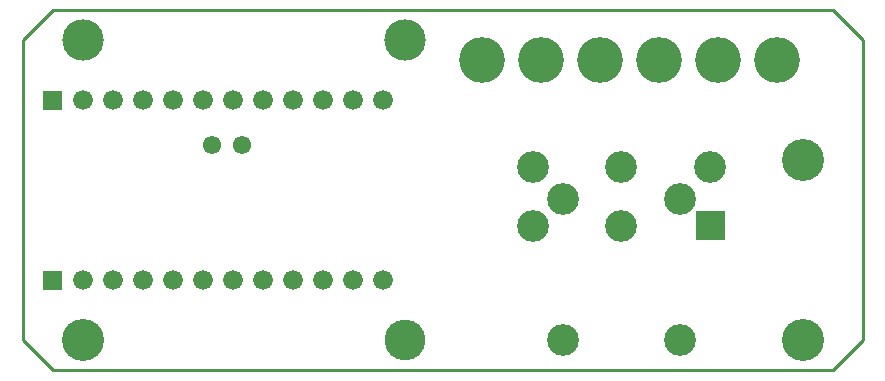
<source format=gbs>
G04 start of page 7 for group -4062 idx -4062 *
G04 Title: (unknown), soldermask *
G04 Creator: pcb v4.3.0-g9dea9f5a *
G04 CreationDate: Fri Oct 27 19:37:28 2023 UTC *
G04 For: steve *
G04 Format: Gerber/RS-274X *
G04 PCB-Dimensions (mil): 3200.00 1400.00 *
G04 PCB-Coordinate-Origin: lower left *
%MOIN*%
%FSLAX25Y25*%
%LNGBS*%
%ADD60C,0.1400*%
%ADD59C,0.1360*%
%ADD58C,0.1520*%
%ADD57C,0.1380*%
%ADD56C,0.1060*%
%ADD55C,0.0610*%
%ADD54C,0.0660*%
%ADD53C,0.0001*%
%ADD52C,0.0100*%
G54D52*X40000Y22500D02*Y110000D01*
Y100000D01*
Y20000D02*Y27500D01*
Y105000D02*Y120000D01*
X50000Y130000D01*
X40000Y25000D02*Y20000D01*
X320000Y110000D02*Y20000D01*
X310000Y10000D01*
X312500Y12500D01*
X310000Y130000D02*X320000Y120000D01*
Y105000D01*
X50000Y130000D02*X72500D01*
X70000D02*X82500D01*
X310000D01*
X40000Y20000D02*X50000Y10000D01*
X72500D01*
X67500D02*X82500D01*
X310000D01*
G54D53*G36*
X46700Y43300D02*Y36700D01*
X53300D01*
Y43300D01*
X46700D01*
G37*
G54D54*X60000Y40000D03*
X70000D03*
X80000D03*
X90000D03*
X100000D03*
X110000D03*
X120000D03*
G54D53*G36*
X46700Y103300D02*Y96700D01*
X53300D01*
Y103300D01*
X46700D01*
G37*
G54D54*X60000Y100000D03*
X70000D03*
X80000D03*
X90000D03*
X100000D03*
X110000D03*
X120000D03*
X130000D03*
X140000D03*
X150000D03*
X160000D03*
G54D55*X103000Y85000D03*
X113000D03*
G54D54*X130000Y40000D03*
X140000D03*
X150000D03*
X160000D03*
G54D56*X210100Y58200D03*
X220000Y67300D03*
X210100Y77900D03*
X220000Y20000D03*
X239600Y77900D03*
Y58200D03*
X259300Y67300D03*
Y20000D03*
X269200Y77900D03*
G54D53*G36*
X264400Y63000D02*Y53400D01*
X274000D01*
Y63000D01*
X264400D01*
G37*
G54D57*X167500Y120000D03*
G54D58*X212815Y113500D03*
X232500D03*
X193185D03*
G54D59*X167500Y20000D03*
G54D60*X60000D03*
G54D57*Y120000D03*
G54D60*X300000Y20000D03*
Y80000D03*
G54D58*X252185Y113500D03*
X271870D03*
X291555D03*
M02*

</source>
